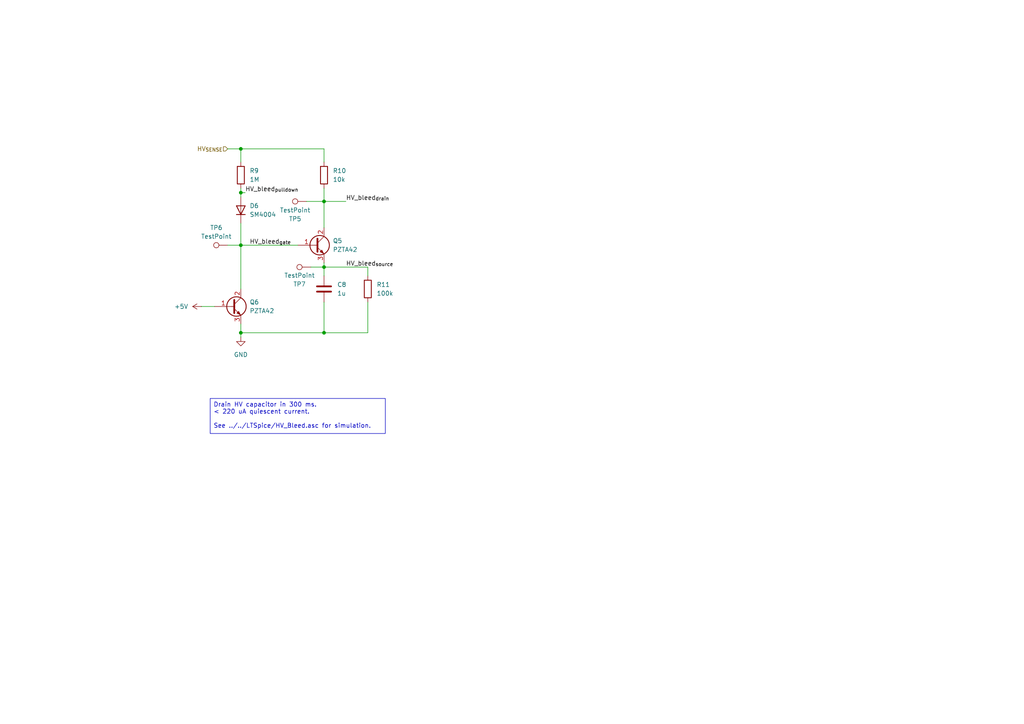
<source format=kicad_sch>
(kicad_sch (version 20231120) (generator "eeschema") (generator_version "8.0")
  (paper "A4")
  (title_block (title "Nixie Accurate Clock") (date "2024-03-24") (rev "B") (company "Paul Willis"))
  (lib_symbols
    (symbol "Connector:TestPoint" (pin_numbers hide) (pin_names (offset 0.762) hide)
      (property "Reference" "TP" (at 0 6.858 0))
      (property "Value" "TestPoint" (at 0 5.08 0))
      (symbol "TestPoint_0_1"
        (circle (center 0 3.302) (radius 0.762))
      )
      (symbol "TestPoint_1_1"
        (pin passive line (at 0 0 90) (length 2.54) (name "1") (number "1"))
      )
    )
    (symbol "Device:C" (pin_numbers hide) (pin_names (offset 0.254))
      (property "Reference" "C" (at 0.635 2.54 0))
      (property "Value" "C" (at 0.635 -2.54 0))
      (symbol "C_0_1"
        (polyline (pts (xy -2.032 -0.762) (xy 2.032 -0.762)) (stroke (width 0.508)))
        (polyline (pts (xy -2.032 0.762) (xy 2.032 0.762)) (stroke (width 0.508)))
      )
      (symbol "C_1_1"
        (pin passive line (at 0 3.81 270) (length 2.794) (name "~") (number "1"))
        (pin passive line (at 0 -3.81 90) (length 2.794) (name "~") (number "2"))
      )
    )
    (symbol "Device:R" (pin_numbers hide) (pin_names (offset 0))
      (property "Reference" "R" (at 2.032 0 90))
      (property "Value" "R" (at 0 0 90))
      (symbol "R_0_1"
        (rectangle (start -1.016 -2.54) (end 1.016 2.54) (stroke (width 0.254)))
      )
      (symbol "R_1_1"
        (pin passive line (at 0 3.81 270) (length 1.27) (name "~") (number "1"))
        (pin passive line (at 0 -3.81 90) (length 1.27) (name "~") (number "2"))
      )
    )
    (symbol "Diode:SM4004" (pin_numbers hide) (pin_names hide)
      (property "Reference" "D" (at 0 2.54 0))
      (property "Value" "SM4004" (at 0 -2.54 0))
      (symbol "SM4004_0_1"
        (polyline (pts (xy -1.27 1.27) (xy -1.27 -1.27)) (stroke (width 0.254)))
        (polyline (pts (xy 1.27 0) (xy -1.27 0)))
        (polyline (pts (xy 1.27 1.27) (xy 1.27 -1.27) (xy -1.27 0) (xy 1.27 1.27)) (stroke (width 0.254)))
      )
      (symbol "SM4004_1_1"
        (pin passive line (at -3.81 0 0) (length 2.54) (name "K") (number "1"))
        (pin passive line (at 3.81 0 180) (length 2.54) (name "A") (number "2"))
      )
    )
    (symbol "Transistor_BJT:PZTA42" (pin_names (offset 0) hide)
      (property "Reference" "Q" (at 5.08 1.905 0))
      (property "Value" "PZTA42" (at 5.08 0 0))
      (symbol "PZTA42_0_1"
        (polyline (pts (xy 0 0) (xy 0.635 0)))
        (polyline (pts (xy 2.54 -2.54) (xy 0.635 -0.635)))
        (polyline (pts (xy 2.54 2.54) (xy 0.635 0.635)))
        (polyline (pts (xy 0.635 1.905) (xy 0.635 -1.905) (xy 0.635 -1.905)) (stroke (width 0.508)))
        (polyline (pts (xy 2.286 -2.286) (xy 1.778 -1.778) (xy 1.778 -1.778)))
        (polyline (pts (xy 1.397 -1.905) (xy 1.905 -1.397) (xy 2.413 -2.413) (xy 1.397 -1.905) (xy 1.397 -1.905)) (fill (type outline)))
        (circle (center 1.27 0) (radius 2.8194) (stroke (width 0.254)))
      )
      (symbol "PZTA42_1_1"
        (pin input line (at -5.08 0 0) (length 5.08) (name "B") (number "1"))
        (pin passive line (at 2.54 5.08 270) (length 2.54) (name "C") (number "2"))
        (pin passive line (at 2.54 -5.08 90) (length 2.54) (name "E") (number "3"))
      )
    )
    (symbol "power:+5V" (power) (pin_numbers hide) (pin_names (offset 0) hide)
      (property "Value" "+5V" (at 0 3.556 0))
      (symbol "+5V_0_1"
        (polyline (pts (xy -0.762 1.27) (xy 0 2.54)))
        (polyline (pts (xy 0 0) (xy 0 2.54)))
        (polyline (pts (xy 0 2.54) (xy 0.762 1.27)))
      )
      (symbol "+5V_1_1"
        (pin power_in line (at 0 0 90) (length 0) (name "~") (number "1"))
      )
    )
    (symbol "power:GND" (power) (pin_numbers hide) (pin_names (offset 0) hide)
      (property "Value" "GND" (at 0 -3.81 0))
      (symbol "GND_0_1"
        (polyline (pts (xy 0 0) (xy 0 -1.27) (xy 1.27 -1.27) (xy 0 -2.54) (xy -1.27 -1.27) (xy 0 -1.27)))
      )
      (symbol "GND_1_1"
        (pin power_in line (at 0 0 270) (length 0) (name "~") (number "1"))
      )
    )
  )
  (junction (at 93.98 96.52))
  (junction (at 69.85 96.52))
  (junction (at 69.85 43.18))
  (junction (at 69.85 71.12))
  (junction (at 93.98 77.47))
  (junction (at 93.98 58.42))
  (junction (at 69.85 55.88))
  (wire (pts (xy 69.85 55.88) (xy 71.12 55.88)))
  (wire (pts (xy 69.85 93.98) (xy 69.85 96.52)))
  (wire (pts (xy 93.98 76.2) (xy 93.98 77.47)))
  (wire (pts (xy 90.17 77.47) (xy 93.98 77.47)))
  (wire (pts (xy 93.98 77.47) (xy 106.68 77.47)))
  (wire (pts (xy 93.98 87.63) (xy 93.98 96.52)))
  (wire (pts (xy 69.85 55.88) (xy 69.85 57.15)))
  (wire (pts (xy 66.04 43.18) (xy 69.85 43.18)))
  (wire (pts (xy 58.42 88.9) (xy 62.23 88.9)))
  (wire (pts (xy 88.9 58.42) (xy 93.98 58.42)))
  (wire (pts (xy 69.85 43.18) (xy 93.98 43.18)))
  (wire (pts (xy 69.85 54.61) (xy 69.85 55.88)))
  (wire (pts (xy 106.68 87.63) (xy 106.68 96.52)))
  (wire (pts (xy 69.85 96.52) (xy 69.85 97.79)))
  (wire (pts (xy 93.98 58.42) (xy 100.33 58.42)))
  (wire (pts (xy 93.98 77.47) (xy 93.98 80.01)))
  (wire (pts (xy 69.85 64.77) (xy 69.85 71.12)))
  (wire (pts (xy 69.85 96.52) (xy 93.98 96.52)))
  (wire (pts (xy 69.85 43.18) (xy 69.85 46.99)))
  (wire (pts (xy 93.98 54.61) (xy 93.98 58.42)))
  (wire (pts (xy 66.04 71.12) (xy 69.85 71.12)))
  (wire (pts (xy 69.85 71.12) (xy 86.36 71.12)))
  (wire (pts (xy 93.98 58.42) (xy 93.98 66.04)))
  (wire (pts (xy 93.98 43.18) (xy 93.98 46.99)))
  (wire (pts (xy 69.85 71.12) (xy 69.85 83.82)))
  (wire (pts (xy 93.98 96.52) (xy 106.68 96.52)))
  (wire (pts (xy 106.68 80.01) (xy 106.68 77.47)))
  (text_box "Drain HV capacitor in 300 ms.\n< 220 uA quiescent current.\n\nSee ../../LTSpice/HV_Bleed.asc for simulation." (at 60.96 115.57 0) (size 50.8 10.16) (effects (font (size 1.27 1.27)) (justify left top)))
  (label "HV_bleed_{drain}" (at 100.33 58.42 0))
  (label "HV_bleed_{source}" (at 100.33 77.47 0))
  (label "HV_bleed_{pulldown}" (at 71.12 55.88 0))
  (label "HV_bleed_{gate}" (at 72.39 71.12 0))
  (hierarchical_label "HV_{SENSE}" (shape input) (at 66.04 43.18 180))
  (symbol (lib_id "Transistor_BJT:PZTA42") (at 91.44 71.12 0) (unit 1)
    (property "Reference" "Q5" (at 96.52 69.85 0) (effects (justify left)))
    (property "Value" "PZTA42" (at 96.52 72.39 0) (effects (justify left)))
    (property "Footprint" "Package_TO_SOT_SMD:SOT-223-3_TabPin2" (effects (hide yes)))
    (property "Datasheet" "https://www.onsemi.com/pub/Collateral/PZTA42T1-D.PDF" (effects (hide yes)))
    (property "Description" "0.5A Ic, 300V Vce, NPN High Voltage Transistor, SOT-223" (effects (hide yes)))
    (property "Price" "0.41" (effects (hide yes)))
    (property "Digikey link" "https://www.digikey.com/en/products/detail/micro-commercial-co/PZTA42-TP/10054674" (effects (hide yes)))
    (property "Mouser link" "https://www.mouser.com/ProductDetail/Diotec-Semiconductor/PZTA42?qs=OlC7AqGiEDlNqlN7791aVQ%3D%3D" (effects (hide yes)))
  )
  (symbol (lib_id "Device:R") (at 106.68 83.82 0) (unit 1)
    (property "Reference" "R11" (at 109.22 82.55 0) (effects (justify left)))
    (property "Value" "100k" (at 109.22 85.09 0) (effects (justify left)))
    (property "Footprint" "Resistor_SMD:R_0603_1608Metric" (effects (hide yes)))
    (property "Datasheet" "https://www.yageo.com/upload/media/product/products/datasheet/rchip/PYu-RC_Group_51_RoHS_L_12.pdf" (effects (hide yes)))
    (property "Description" "Resistor" (effects (hide yes)))
    (property "Model" "RC0603JR-07100KL" (effects (hide yes)))
    (property "Price" "0.10" (effects (hide yes)))
    (property "Digikey link" "https://www.digikey.com/en/products/detail/yageo/RC0603JR-07100KL/726698" (effects (hide yes)))
    (property "Mouser link" "https://www.mouser.com/ProductDetail/YAGEO/RC0603JR-07100KL?qs=2cAdsCoAWRG9Rhqklpdeqg%3D%3D" (effects (hide yes)))
  )
  (symbol (lib_id "Connector:TestPoint") (at 66.04 71.12 90) (unit 1)
    (property "Reference" "TP6" (at 62.738 66.04 90))
    (property "Value" "TestPoint" (at 62.738 68.58 90))
    (property "Footprint" "00_lib:TestPoint_Keystone_5019_Minature" (effects (hide yes)))
    (property "Datasheet" "https://www.mouser.com/datasheet/2/215/019-743690.pdf" (effects (hide yes)))
    (property "Description" "test point" (effects (hide yes)))
    (property "Model" "5019" (effects (hide yes)))
    (property "Price" "0.33" (effects (hide yes)))
    (property "Digikey link" "https://www.digikey.com/en/products/detail/keystone-electronics/5019/3907343" (effects (hide yes)))
    (property "Mouser link" "https://www.mouser.com/ProductDetail/Keystone-Electronics/5019?qs=wOxb8XianXjjCAsb90Ilzw%3D%3D" (effects (hide yes)))
  )
  (symbol (lib_id "Device:R") (at 93.98 50.8 0) (unit 1)
    (property "Reference" "R10" (at 96.52 49.53 0) (effects (justify left)))
    (property "Value" "10k" (at 96.52 52.07 0) (effects (justify left)))
    (property "Footprint" "Resistor_SMD:R_2512_6332Metric" (effects (hide yes)))
    (property "Datasheet" "https://www.te.com/commerce/DocumentDelivery/DDEController?Action=srchrtrv&DocNm=1773139&DocType=DS&DocLang=English" (effects (hide yes)))
    (property "Description" "Resistor" (effects (hide yes)))
    (property "Model" "352010KJT" (effects (hide yes)))
    (property "Price" "0.43" (effects (hide yes)))
    (property "Digikey link" "https://www.digikey.com/en/products/detail/te-connectivity-passive-product/352010KJT/2364839" (effects (hide yes)))
    (property "Mouser link" "https://www.mouser.com/ProductDetail/TE-Connectivity-Holsworthy/352010KJT?qs=DDevMFOh4ssnVH2d0oCe7g%3D%3D" (effects (hide yes)))
  )
  (symbol (lib_id "Device:C") (at 93.98 83.82 0) (unit 1)
    (property "Reference" "C8" (at 97.79 82.55 0) (effects (justify left)))
    (property "Value" "1u" (at 97.79 85.09 0) (effects (justify left)))
    (property "Footprint" "Capacitor_SMD:C_0603_1608Metric" (effects (hide yes)))
    (property "Datasheet" "https://mm.digikey.com/Volume0/opasdata/d220001/medias/docus/609/CL10A105KA8NNNC_Spec.pdf" (effects (hide yes)))
    (property "Description" "Unpolarized capacitor" (effects (hide yes)))
    (property "Model" "CL10A105KA8NNNC" (effects (hide yes)))
    (property "Price" "0.10" (effects (hide yes)))
    (property "Digikey link" "https://www.digikey.com/en/products/detail/samsung-electro-mechanics/CL10A105KA8NNNC/3886760" (effects (hide yes)))
    (property "Mouser link" "https://www.mouser.com/ProductDetail/Samsung-Electro-Mechanics/CL10A105KA8NNNC?qs=hqM3L16%252BxldY%252BnK4KzDJVg%3D%3D" (effects (hide yes)))
  )
  (symbol (lib_id "power:GND") (at 69.85 97.79 0) (unit 1)
    (property "Reference" "#PWR051" (effects (hide yes)))
    (property "Value" "GND" (at 69.85 102.87 0))
    (property "Description" "Power symbol creates a global label with name \"GND\" , ground" (effects (hide yes)))
  )
  (symbol (lib_id "Connector:TestPoint") (at 90.17 77.47 90) (mirror x) (unit 1)
    (property "Reference" "TP7" (at 86.868 82.4284 90))
    (property "Value" "TestPoint" (at 86.868 79.8884 90))
    (property "Footprint" "00_lib:TestPoint_Keystone_5019_Minature" (effects (hide yes)))
    (property "Datasheet" "https://www.mouser.com/datasheet/2/215/019-743690.pdf" (effects (hide yes)))
    (property "Description" "test point" (effects (hide yes)))
    (property "Model" "5019" (effects (hide yes)))
    (property "Price" "0.33" (effects (hide yes)))
    (property "Digikey link" "https://www.digikey.com/en/products/detail/keystone-electronics/5019/3907343" (effects (hide yes)))
    (property "Mouser link" "https://www.mouser.com/ProductDetail/Keystone-Electronics/5019?qs=wOxb8XianXjjCAsb90Ilzw%3D%3D" (effects (hide yes)))
  )
  (symbol (lib_id "Device:R") (at 69.85 50.8 180) (unit 1)
    (property "Reference" "R9" (at 72.39 49.53 0) (effects (justify right)))
    (property "Value" "1M" (at 72.39 52.07 0) (effects (justify right)))
    (property "Footprint" "Resistor_SMD:R_0603_1608Metric" (effects (hide yes)))
    (property "Datasheet" "https://www.seielect.com/catalog/sei-rmcf_rmcp.pdf" (effects (hide yes)))
    (property "Description" "Resistor" (effects (hide yes)))
    (property "Model" "RMCF0603FT1M00" (effects (hide yes)))
    (property "Price" "0.10" (effects (hide yes)))
    (property "Digikey link" "https://www.digikey.com/en/products/detail/stackpole-electronics-inc/RMCF0603FT1M00/1761036" (effects (hide yes)))
    (property "Mouser link" "https://www.mouser.com/ProductDetail/SEI-Stackpole/RMCF0603FT1M00?qs=FESYatJ8odJNClY0wUC1cg%3D%3D" (effects (hide yes)))
  )
  (symbol (lib_id "Transistor_BJT:PZTA42") (at 67.31 88.9 0) (unit 1)
    (property "Reference" "Q6" (at 72.39 87.63 0) (effects (justify left)))
    (property "Value" "PZTA42" (at 72.39 90.17 0) (effects (justify left)))
    (property "Footprint" "Package_TO_SOT_SMD:SOT-223-3_TabPin2" (effects (hide yes)))
    (property "Datasheet" "https://www.onsemi.com/pub/Collateral/PZTA42T1-D.PDF" (effects (hide yes)))
    (property "Description" "0.5A Ic, 300V Vce, NPN High Voltage Transistor, SOT-223" (effects (hide yes)))
    (property "Price" "0.41" (effects (hide yes)))
    (property "Digikey link" "https://www.digikey.com/en/products/detail/micro-commercial-co/PZTA42-TP/10054674" (effects (hide yes)))
    (property "Mouser link" "https://www.mouser.com/ProductDetail/Diotec-Semiconductor/PZTA42?qs=OlC7AqGiEDlNqlN7791aVQ%3D%3D" (effects (hide yes)))
  )
  (symbol (lib_id "Diode:SM4004") (at 69.85 60.96 90) (unit 1)
    (property "Reference" "D6" (at 72.39 59.69 90) (effects (justify right)))
    (property "Value" "SM4004" (at 72.39 62.23 90) (effects (justify right)))
    (property "Footprint" "Diode_SMD:D_MELF" (effects (hide yes)))
    (property "Datasheet" "http://cdn-reichelt.de/documents/datenblatt/A400/SMD1N400%23DIO.pdf" (effects (hide yes)))
    (property "Description" "400V 1A General Purpose Rectifier Diode, MELF" (effects (hide yes)))
    (property "Model" "SM4004" (effects (hide yes)))
    (property "Price" "0.27" (effects (hide yes)))
    (property "Digikey link" "https://www.digikey.com/en/products/detail/diotec-semiconductor/SM4004/13155357" (effects (hide yes)))
    (property "Mouser link" "https://www.mouser.com/ProductDetail/Diotec-Semiconductor/SM4004?qs=OlC7AqGiEDkXkiBPoivHAA%3D%3D" (effects (hide yes)))
    (property "Sim.Device" "D" (effects (hide yes)))
    (property "Sim.Pins" "1=K 2=A" (effects (hide yes)))
  )
  (symbol (lib_id "Connector:TestPoint") (at 88.9 58.42 90) (mirror x) (unit 1)
    (property "Reference" "TP5" (at 85.598 63.5 90))
    (property "Value" "TestPoint" (at 85.598 60.96 90))
    (property "Footprint" "00_lib:TestPoint_Keystone_5019_Minature" (effects (hide yes)))
    (property "Datasheet" "https://www.mouser.com/datasheet/2/215/019-743690.pdf" (effects (hide yes)))
    (property "Description" "test point" (effects (hide yes)))
    (property "Model" "5019" (effects (hide yes)))
    (property "Price" "0.33" (effects (hide yes)))
    (property "Digikey link" "https://www.digikey.com/en/products/detail/keystone-electronics/5019/3907343" (effects (hide yes)))
    (property "Mouser link" "https://www.mouser.com/ProductDetail/Keystone-Electronics/5019?qs=wOxb8XianXjjCAsb90Ilzw%3D%3D" (effects (hide yes)))
  )
  (symbol (lib_id "power:+5V") (at 58.42 88.9 90) (unit 1) (exclude_from_sim yes)
    (property "Reference" "#PWR050" (effects (hide yes)))
    (property "Value" "+5V" (at 54.61 88.9 90) (effects (justify left)))
    (property "Description" "Power symbol creates a global label with name \"+5V\"" (effects (hide yes)))
  )
)
</source>
